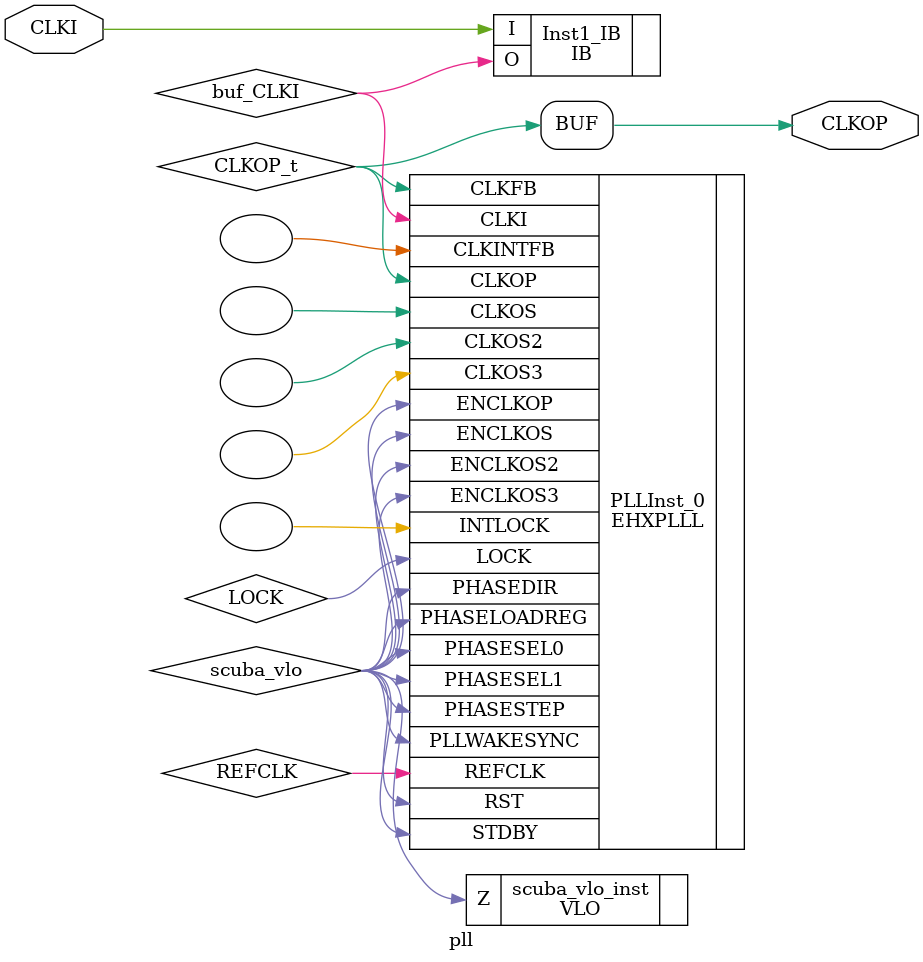
<source format=v>
/* Verilog netlist generated by SCUBA Diamond (64-bit) 3.12.0.240.2 */
/* Module Version: 5.7 */
/* C:\Program Files (x86)\Lattice\diamond\3.12\ispfpga\bin\nt64\scuba.exe -w -n pll -lang verilog -synth synplify -bus_exp 7 -bb -arch sa5p00 -type pll -fin 25.00 -clkibuf LVCMOS33 -fclkop 100.00 -fclkop_tol 0.0 -phase_cntl STATIC -fb_mode 1  */
/* Tue Jan 10 21:21:34 2023 */


`timescale 1 ns / 1 ps
module pll (CLKI, CLKOP)/* synthesis NGD_DRC_MASK=1 */;
    input wire CLKI;
    output wire CLKOP;

    wire REFCLK;
    wire LOCK;
    wire CLKOP_t;
    wire buf_CLKI;
    wire scuba_vhi;
    wire scuba_vlo;

    IB Inst1_IB (.I(CLKI), .O(buf_CLKI))
             /* synthesis IO_TYPE="LVCMOS33" */;

    VHI scuba_vhi_inst (.Z(scuba_vhi));

    VLO scuba_vlo_inst (.Z(scuba_vlo));

    defparam PLLInst_0.PLLRST_ENA = "DISABLED" ;
    defparam PLLInst_0.INTFB_WAKE = "DISABLED" ;
    defparam PLLInst_0.STDBY_ENABLE = "DISABLED" ;
    defparam PLLInst_0.DPHASE_SOURCE = "DISABLED" ;
    defparam PLLInst_0.CLKOS3_FPHASE = 0 ;
    defparam PLLInst_0.CLKOS3_CPHASE = 0 ;
    defparam PLLInst_0.CLKOS2_FPHASE = 0 ;
    defparam PLLInst_0.CLKOS2_CPHASE = 0 ;
    defparam PLLInst_0.CLKOS_FPHASE = 0 ;
    defparam PLLInst_0.CLKOS_CPHASE = 0 ;
    defparam PLLInst_0.CLKOP_FPHASE = 0 ;
    defparam PLLInst_0.CLKOP_CPHASE = 5 ;
    defparam PLLInst_0.PLL_LOCK_MODE = 0 ;
    defparam PLLInst_0.CLKOS_TRIM_DELAY = 0 ;
    defparam PLLInst_0.CLKOS_TRIM_POL = "FALLING" ;
    defparam PLLInst_0.CLKOP_TRIM_DELAY = 0 ;
    defparam PLLInst_0.CLKOP_TRIM_POL = "FALLING" ;
    defparam PLLInst_0.OUTDIVIDER_MUXD = "DIVD" ;
    defparam PLLInst_0.CLKOS3_ENABLE = "DISABLED" ;
    defparam PLLInst_0.OUTDIVIDER_MUXC = "DIVC" ;
    defparam PLLInst_0.CLKOS2_ENABLE = "DISABLED" ;
    defparam PLLInst_0.OUTDIVIDER_MUXB = "DIVB" ;
    defparam PLLInst_0.CLKOS_ENABLE = "DISABLED" ;
    defparam PLLInst_0.OUTDIVIDER_MUXA = "DIVA" ;
    defparam PLLInst_0.CLKOP_ENABLE = "ENABLED" ;
    defparam PLLInst_0.CLKOS3_DIV = 1 ;
    defparam PLLInst_0.CLKOS2_DIV = 1 ;
    defparam PLLInst_0.CLKOS_DIV = 1 ;
    defparam PLLInst_0.CLKOP_DIV = 6 ;
    defparam PLLInst_0.CLKFB_DIV = 4 ;
    defparam PLLInst_0.CLKI_DIV = 1 ;
    defparam PLLInst_0.FEEDBK_PATH = "CLKOP" ;
    EHXPLLL PLLInst_0 (.CLKI(buf_CLKI), .CLKFB(CLKOP_t), .PHASESEL1(scuba_vlo), 
        .PHASESEL0(scuba_vlo), .PHASEDIR(scuba_vlo), .PHASESTEP(scuba_vlo), 
        .PHASELOADREG(scuba_vlo), .STDBY(scuba_vlo), .PLLWAKESYNC(scuba_vlo), 
        .RST(scuba_vlo), .ENCLKOP(scuba_vlo), .ENCLKOS(scuba_vlo), .ENCLKOS2(scuba_vlo), 
        .ENCLKOS3(scuba_vlo), .CLKOP(CLKOP_t), .CLKOS(), .CLKOS2(), .CLKOS3(), 
        .LOCK(LOCK), .INTLOCK(), .REFCLK(REFCLK), .CLKINTFB())
             /* synthesis FREQUENCY_PIN_CLKOP="100.000000" */
             /* synthesis FREQUENCY_PIN_CLKI="25.000000" */
             /* synthesis ICP_CURRENT="5" */
             /* synthesis LPF_RESISTOR="16" */;

    assign CLKOP = CLKOP_t;


    // exemplar begin
    // exemplar attribute Inst1_IB IO_TYPE LVCMOS33
    // exemplar attribute PLLInst_0 FREQUENCY_PIN_CLKOP 100.000000
    // exemplar attribute PLLInst_0 FREQUENCY_PIN_CLKI 25.000000
    // exemplar attribute PLLInst_0 ICP_CURRENT 5
    // exemplar attribute PLLInst_0 LPF_RESISTOR 16
    // exemplar end

endmodule

</source>
